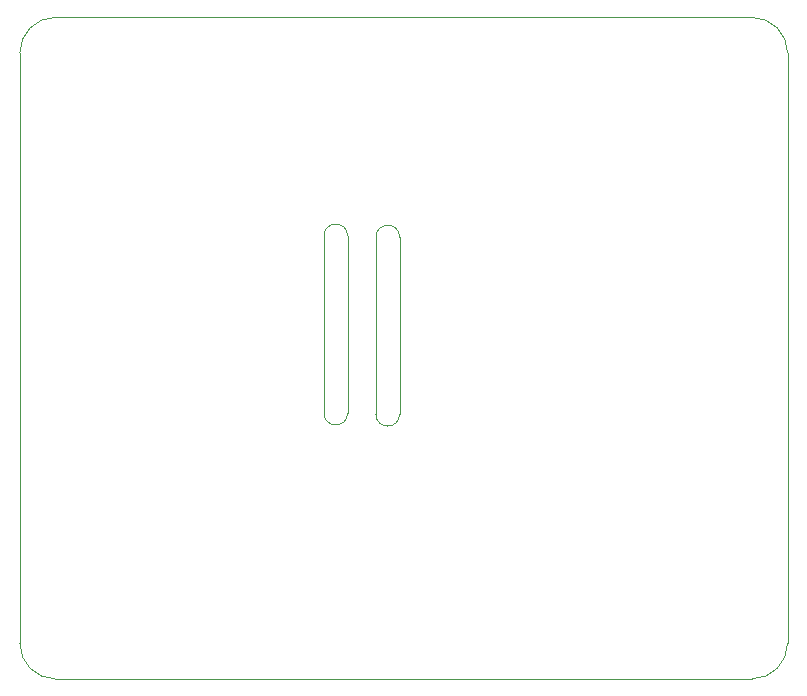
<source format=gm1>
G04 #@! TF.GenerationSoftware,KiCad,Pcbnew,(5.1.2)-2*
G04 #@! TF.CreationDate,2019-12-04T01:20:50+01:00*
G04 #@! TF.ProjectId,raspberrypi-gpio-40pin,72617370-6265-4727-9279-70692d677069,rev?*
G04 #@! TF.SameCoordinates,Original*
G04 #@! TF.FileFunction,Profile,NP*
%FSLAX46Y46*%
G04 Gerber Fmt 4.6, Leading zero omitted, Abs format (unit mm)*
G04 Created by KiCad (PCBNEW (5.1.2)-2) date 2019-12-04 01:20:50*
%MOMM*%
%LPD*%
G04 APERTURE LIST*
%ADD10C,0.100000*%
G04 APERTURE END LIST*
D10*
X225750000Y-127500000D02*
G75*
G03X227750000Y-127500000I1000000J0D01*
G01*
X227750000Y-112500000D02*
X227750000Y-127500000D01*
X225750000Y-127500000D02*
X225750000Y-112500000D01*
X227750000Y-112500000D02*
G75*
G03X225750000Y-112500000I-1000000J0D01*
G01*
X230150000Y-127600000D02*
X230150000Y-112600000D01*
X232150000Y-112600000D02*
X232150000Y-127600000D01*
X232150000Y-112600000D02*
G75*
G03X230150000Y-112600000I-1000000J0D01*
G01*
X230150000Y-127600000D02*
G75*
G03X232150000Y-127600000I1000000J0D01*
G01*
X265000000Y-97000000D02*
G75*
G03X262000000Y-94000000I-3000000J0D01*
G01*
X262000000Y-150000000D02*
G75*
G03X265000000Y-147000000I0J3000000D01*
G01*
X200000000Y-147000000D02*
G75*
G03X203000000Y-150000000I3000000J0D01*
G01*
X203000000Y-94000000D02*
G75*
G03X200000000Y-97000000I0J-3000000D01*
G01*
X262000000Y-94000000D02*
X203000000Y-94000000D01*
X265000000Y-147000000D02*
X265000000Y-97000000D01*
X203000000Y-150000000D02*
X262000000Y-150000000D01*
X200000000Y-97000000D02*
X200000000Y-147000000D01*
M02*

</source>
